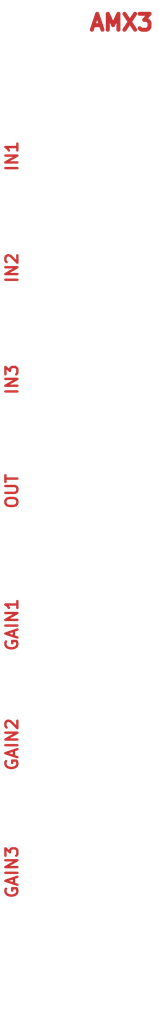
<source format=kicad_pcb>
(kicad_pcb (version 20171130) (host pcbnew 5.1.9+dfsg1-1)

  (general
    (thickness 1.6)
    (drawings 29)
    (tracks 0)
    (zones 0)
    (modules 0)
    (nets 1)
  )

  (page A4)
  (layers
    (0 F.Cu signal)
    (31 B.Cu signal)
    (32 B.Adhes user)
    (33 F.Adhes user)
    (34 B.Paste user)
    (35 F.Paste user)
    (36 B.SilkS user)
    (37 F.SilkS user)
    (38 B.Mask user)
    (39 F.Mask user)
    (40 Dwgs.User user)
    (41 Cmts.User user)
    (42 Eco1.User user)
    (43 Eco2.User user)
    (44 Edge.Cuts user)
    (45 Margin user)
    (46 B.CrtYd user)
    (47 F.CrtYd user)
    (48 B.Fab user)
    (49 F.Fab user)
  )

  (setup
    (last_trace_width 0.25)
    (trace_clearance 0.2)
    (zone_clearance 0.508)
    (zone_45_only no)
    (trace_min 0.2)
    (via_size 0.8)
    (via_drill 0.4)
    (via_min_size 0.4)
    (via_min_drill 0.3)
    (uvia_size 0.3)
    (uvia_drill 0.1)
    (uvias_allowed no)
    (uvia_min_size 0.2)
    (uvia_min_drill 0.1)
    (edge_width 0.05)
    (segment_width 0.2)
    (pcb_text_width 0.3)
    (pcb_text_size 1.5 1.5)
    (mod_edge_width 0.12)
    (mod_text_size 1 1)
    (mod_text_width 0.15)
    (pad_size 1.524 1.524)
    (pad_drill 0.762)
    (pad_to_mask_clearance 0)
    (aux_axis_origin 0 0)
    (visible_elements FFFFFF7F)
    (pcbplotparams
      (layerselection 0x010fc_ffffffff)
      (usegerberextensions false)
      (usegerberattributes true)
      (usegerberadvancedattributes true)
      (creategerberjobfile true)
      (excludeedgelayer true)
      (linewidth 0.100000)
      (plotframeref false)
      (viasonmask false)
      (mode 1)
      (useauxorigin false)
      (hpglpennumber 1)
      (hpglpenspeed 20)
      (hpglpendiameter 15.000000)
      (psnegative false)
      (psa4output false)
      (plotreference true)
      (plotvalue true)
      (plotinvisibletext false)
      (padsonsilk false)
      (subtractmaskfromsilk false)
      (outputformat 1)
      (mirror false)
      (drillshape 1)
      (scaleselection 1)
      (outputdirectory ""))
  )

  (net 0 "")

  (net_class Default "This is the default net class."
    (clearance 0.2)
    (trace_width 0.25)
    (via_dia 0.8)
    (via_drill 0.4)
    (uvia_dia 0.3)
    (uvia_drill 0.1)
  )

  (gr_text GAIN3 (at 87.25 145 90) (layer F.Mask) (tstamp 61AFC39D)
    (effects (font (size 1.5 1.5) (thickness 0.3)))
  )
  (gr_text GAIN2 (at 87.25 129 90) (layer F.Mask) (tstamp 61AFC392)
    (effects (font (size 1.5 1.5) (thickness 0.3)))
  )
  (gr_text GAIN1 (at 87.25 114 90) (layer F.Mask) (tstamp 61AFC386)
    (effects (font (size 1.5 1.5) (thickness 0.3)))
  )
  (gr_text OUT (at 87.25 97.25 90) (layer F.Mask) (tstamp 61AFC376)
    (effects (font (size 1.5 1.5) (thickness 0.3)))
  )
  (gr_text IN3 (at 87.25 83.25 90) (layer F.Mask) (tstamp 61AFC36E)
    (effects (font (size 1.5 1.5) (thickness 0.3)))
  )
  (gr_text IN2 (at 87.25 69.25 90) (layer F.Mask) (tstamp 61AFC367)
    (effects (font (size 1.5 1.5) (thickness 0.3)))
  )
  (gr_text IN1 (at 87.25 55.25 90) (layer F.Mask) (tstamp 61AFC35E)
    (effects (font (size 1.5 1.5) (thickness 0.3)))
  )
  (gr_text OUT (at 87.25 97.25 90) (layer F.Cu) (tstamp 61AFC340)
    (effects (font (size 1.5 1.5) (thickness 0.3)))
  )
  (gr_text "IN3\n" (at 87.25 83.25 90) (layer F.Cu) (tstamp 61AFC334)
    (effects (font (size 1.5 1.5) (thickness 0.3)))
  )
  (gr_text IN2 (at 87.25 69.25 90) (layer F.Cu) (tstamp 61AFC32C)
    (effects (font (size 1.5 1.5) (thickness 0.3)))
  )
  (gr_text IN1 (at 87.25 55.25 90) (layer F.Cu) (tstamp 61AFC31D)
    (effects (font (size 1.5 1.5) (thickness 0.3)))
  )
  (gr_text GAIN3 (at 87.25 145 90) (layer F.Cu) (tstamp 61AFC2FA)
    (effects (font (size 1.5 1.5) (thickness 0.3)))
  )
  (gr_text "GAIN2\n" (at 87.25 129 90) (layer F.Cu) (tstamp 61AFC2F6)
    (effects (font (size 1.5 1.5) (thickness 0.3)))
  )
  (gr_text GAIN1 (at 87.25 114 90) (layer F.Cu)
    (effects (font (size 1.5 1.5) (thickness 0.3)))
  )
  (gr_text AMX3 (at 101 38.5) (layer F.Mask) (tstamp 61AFC2C5)
    (effects (font (size 2 2) (thickness 0.5)))
  )
  (gr_text AMX3 (at 101 38.5) (layer F.Cu)
    (effects (font (size 2 2) (thickness 0.5)))
  )
  (gr_line (start 85.75 35.67) (end 105.73 35.67) (layer Edge.Cuts) (width 0.0001))
  (gr_line (start 105.73 35.67) (end 105.73 164.07) (layer Edge.Cuts) (width 0.0001))
  (gr_circle (center 93.25 161.07) (end 94.75 161.07) (layer Edge.Cuts) (width 0.0001))
  (gr_circle (center 95.75 97.250001) (end 99 97.250001) (layer Edge.Cuts) (width 0.0001))
  (gr_circle (center 95.75 83.25) (end 99 83.25) (layer Edge.Cuts) (width 0.0001))
  (gr_circle (center 96.75 129) (end 100.5 129) (layer Edge.Cuts) (width 0.0001))
  (gr_circle (center 96.75 114) (end 100.5 114) (layer Edge.Cuts) (width 0.0001))
  (gr_circle (center 93.25 38.57) (end 94.75 38.57) (layer Edge.Cuts) (width 0.0001))
  (gr_line (start 105.73 164.07) (end 85.75 164.07) (layer Edge.Cuts) (width 0.0001))
  (gr_line (start 85.75 164.07) (end 85.75 35.67) (layer Edge.Cuts) (width 0.0001))
  (gr_circle (center 95.75 55.25) (end 99 55.25) (layer Edge.Cuts) (width 0.0001))
  (gr_circle (center 96.75 145) (end 100.5 145) (layer Edge.Cuts) (width 0.0001))
  (gr_circle (center 95.75 69.25) (end 99 69.25) (layer Edge.Cuts) (width 0.0001))

)

</source>
